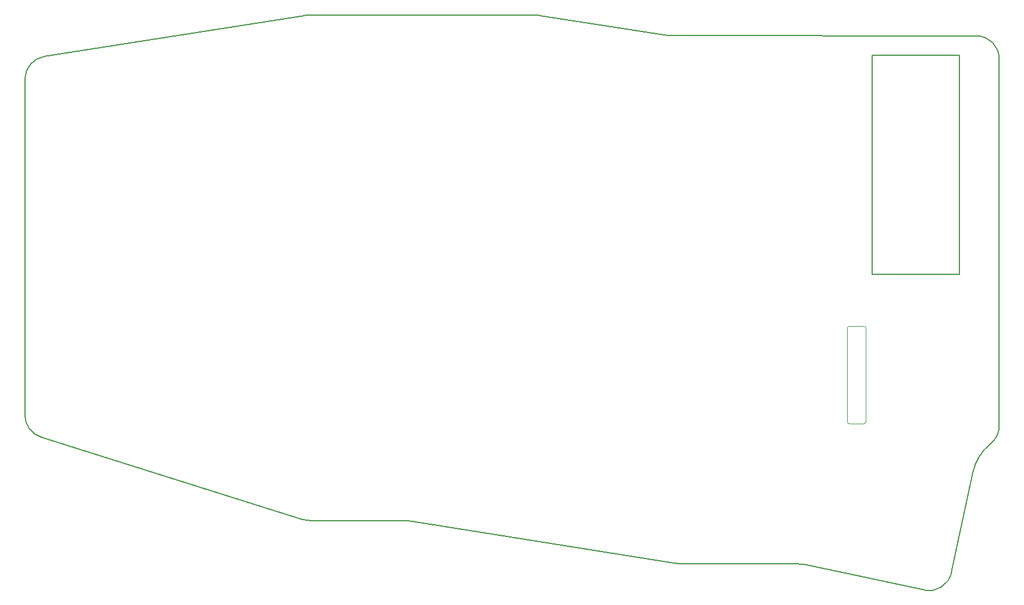
<source format=gm1>
G04 #@! TF.GenerationSoftware,KiCad,Pcbnew,7.0.5-0*
G04 #@! TF.CreationDate,2023-09-10T21:21:40+09:30*
G04 #@! TF.ProjectId,Rolio,526f6c69-6f2e-46b6-9963-61645f706362,rev?*
G04 #@! TF.SameCoordinates,Original*
G04 #@! TF.FileFunction,Profile,NP*
%FSLAX46Y46*%
G04 Gerber Fmt 4.6, Leading zero omitted, Abs format (unit mm)*
G04 Created by KiCad (PCBNEW 7.0.5-0) date 2023-09-10 21:21:40*
%MOMM*%
%LPD*%
G01*
G04 APERTURE LIST*
G04 #@! TA.AperFunction,Profile*
%ADD10C,0.150000*%
G04 #@! TD*
G04 #@! TA.AperFunction,Profile*
%ADD11C,0.050000*%
G04 #@! TD*
G04 APERTURE END LIST*
D10*
X165900112Y-112485992D02*
X183394070Y-116204447D01*
X194310000Y-92254121D02*
X194310000Y-38809879D01*
X146989409Y-112283227D02*
G75*
G03*
X147519148Y-112325377I529791J3308427D01*
G01*
X187367368Y-113624157D02*
X190459314Y-99077694D01*
X175785000Y-70163787D02*
X188485000Y-70163787D01*
X193054118Y-94868902D02*
G75*
G03*
X194310000Y-92254121I-2093918J2614702D01*
G01*
X93206643Y-32490797D02*
X55347414Y-38466372D01*
X145509862Y-35336135D02*
X127482760Y-32490797D01*
X164371961Y-112325377D02*
X147519148Y-112325377D01*
X108803179Y-106167853D02*
X146989409Y-112283227D01*
X165900113Y-112485988D02*
G75*
G03*
X164371961Y-112325377I-1528113J-7189212D01*
G01*
X193054123Y-94868909D02*
G75*
G03*
X190459314Y-99077694I4594677J-5736991D01*
G01*
X108803178Y-106167858D02*
G75*
G03*
X107640916Y-106075377I-1162178J-7256142D01*
G01*
X92911745Y-105920113D02*
X54861653Y-93914007D01*
X92911749Y-105920101D02*
G75*
G03*
X93919793Y-106075377I1008051J3194501D01*
G01*
X107640916Y-106075377D02*
X93919793Y-106075377D01*
X146650157Y-35426010D02*
X190962561Y-35459880D01*
X183394069Y-116204452D02*
G75*
G03*
X187367368Y-113624157I696531J3276752D01*
G01*
X52519659Y-90719271D02*
G75*
G03*
X54861653Y-93914006I3349941J-29D01*
G01*
X127482760Y-32490795D02*
G75*
G03*
X126648660Y-32425377I-834060J-5284305D01*
G01*
X145509862Y-35336136D02*
G75*
G03*
X146650157Y-35426010I1145938J7260536D01*
G01*
X175785000Y-70163787D02*
X175785000Y-38253787D01*
X94040743Y-32425371D02*
G75*
G03*
X93206643Y-32490797I-43J-5349029D01*
G01*
X52519702Y-90719271D02*
X52519702Y-41775408D01*
X188485000Y-38253787D02*
X188485000Y-70163787D01*
X194310020Y-38809879D02*
G75*
G03*
X190962561Y-35459881I-3350020J-21D01*
G01*
X175785000Y-38253787D02*
X188485000Y-38253787D01*
X94040743Y-32425377D02*
X126648660Y-32425377D01*
X55347415Y-38466376D02*
G75*
G03*
X52519702Y-41775408I522215J-3308974D01*
G01*
D11*
X174897400Y-91670000D02*
X174897400Y-78070000D01*
X174597400Y-77770000D02*
X172497400Y-77770000D01*
X172497400Y-91970000D02*
X174597400Y-91970000D01*
X172197400Y-78070000D02*
X172197400Y-91670000D01*
X174597400Y-91970000D02*
G75*
G03*
X174897400Y-91670000I0J300000D01*
G01*
X174897400Y-78070000D02*
G75*
G03*
X174597400Y-77770000I-300000J0D01*
G01*
X172197400Y-91670000D02*
G75*
G03*
X172497400Y-91970000I300000J0D01*
G01*
X172497400Y-77770000D02*
G75*
G03*
X172197400Y-78070000I0J-300000D01*
G01*
M02*

</source>
